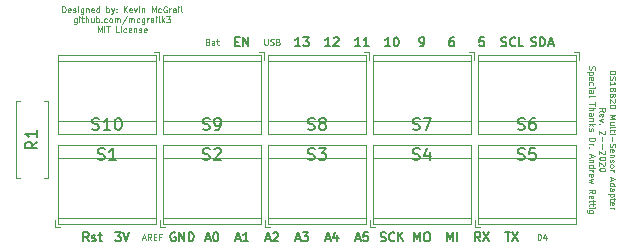
<source format=gbr>
G04 #@! TF.GenerationSoftware,KiCad,Pcbnew,5.1.5-52549c5~84~ubuntu18.04.1*
G04 #@! TF.CreationDate,2020-02-04T21:08:12-05:00*
G04 #@! TF.ProjectId,FeatherWing_KC5,46656174-6865-4725-9769-6e675f4b4335,rev?*
G04 #@! TF.SameCoordinates,Original*
G04 #@! TF.FileFunction,Legend,Top*
G04 #@! TF.FilePolarity,Positive*
%FSLAX46Y46*%
G04 Gerber Fmt 4.6, Leading zero omitted, Abs format (unit mm)*
G04 Created by KiCad (PCBNEW 5.1.5-52549c5~84~ubuntu18.04.1) date 2020-02-04 21:08:12*
%MOMM*%
%LPD*%
G04 APERTURE LIST*
%ADD10C,0.100000*%
%ADD11C,0.125000*%
%ADD12C,0.150000*%
%ADD13C,0.120000*%
G04 APERTURE END LIST*
D10*
X29242380Y-26046190D02*
X29242380Y-25546190D01*
X29361428Y-25546190D01*
X29432857Y-25570000D01*
X29480476Y-25617619D01*
X29504285Y-25665238D01*
X29528095Y-25760476D01*
X29528095Y-25831904D01*
X29504285Y-25927142D01*
X29480476Y-25974761D01*
X29432857Y-26022380D01*
X29361428Y-26046190D01*
X29242380Y-26046190D01*
X29932857Y-26022380D02*
X29885238Y-26046190D01*
X29790000Y-26046190D01*
X29742380Y-26022380D01*
X29718571Y-25974761D01*
X29718571Y-25784285D01*
X29742380Y-25736666D01*
X29790000Y-25712857D01*
X29885238Y-25712857D01*
X29932857Y-25736666D01*
X29956666Y-25784285D01*
X29956666Y-25831904D01*
X29718571Y-25879523D01*
X30147142Y-26022380D02*
X30194761Y-26046190D01*
X30290000Y-26046190D01*
X30337619Y-26022380D01*
X30361428Y-25974761D01*
X30361428Y-25950952D01*
X30337619Y-25903333D01*
X30290000Y-25879523D01*
X30218571Y-25879523D01*
X30170952Y-25855714D01*
X30147142Y-25808095D01*
X30147142Y-25784285D01*
X30170952Y-25736666D01*
X30218571Y-25712857D01*
X30290000Y-25712857D01*
X30337619Y-25736666D01*
X30575714Y-26046190D02*
X30575714Y-25712857D01*
X30575714Y-25546190D02*
X30551904Y-25570000D01*
X30575714Y-25593809D01*
X30599523Y-25570000D01*
X30575714Y-25546190D01*
X30575714Y-25593809D01*
X31028095Y-25712857D02*
X31028095Y-26117619D01*
X31004285Y-26165238D01*
X30980476Y-26189047D01*
X30932857Y-26212857D01*
X30861428Y-26212857D01*
X30813809Y-26189047D01*
X31028095Y-26022380D02*
X30980476Y-26046190D01*
X30885238Y-26046190D01*
X30837619Y-26022380D01*
X30813809Y-25998571D01*
X30790000Y-25950952D01*
X30790000Y-25808095D01*
X30813809Y-25760476D01*
X30837619Y-25736666D01*
X30885238Y-25712857D01*
X30980476Y-25712857D01*
X31028095Y-25736666D01*
X31266190Y-25712857D02*
X31266190Y-26046190D01*
X31266190Y-25760476D02*
X31290000Y-25736666D01*
X31337619Y-25712857D01*
X31409047Y-25712857D01*
X31456666Y-25736666D01*
X31480476Y-25784285D01*
X31480476Y-26046190D01*
X31909047Y-26022380D02*
X31861428Y-26046190D01*
X31766190Y-26046190D01*
X31718571Y-26022380D01*
X31694761Y-25974761D01*
X31694761Y-25784285D01*
X31718571Y-25736666D01*
X31766190Y-25712857D01*
X31861428Y-25712857D01*
X31909047Y-25736666D01*
X31932857Y-25784285D01*
X31932857Y-25831904D01*
X31694761Y-25879523D01*
X32361428Y-26046190D02*
X32361428Y-25546190D01*
X32361428Y-26022380D02*
X32313809Y-26046190D01*
X32218571Y-26046190D01*
X32170952Y-26022380D01*
X32147142Y-25998571D01*
X32123333Y-25950952D01*
X32123333Y-25808095D01*
X32147142Y-25760476D01*
X32170952Y-25736666D01*
X32218571Y-25712857D01*
X32313809Y-25712857D01*
X32361428Y-25736666D01*
X32980476Y-26046190D02*
X32980476Y-25546190D01*
X32980476Y-25736666D02*
X33028095Y-25712857D01*
X33123333Y-25712857D01*
X33170952Y-25736666D01*
X33194761Y-25760476D01*
X33218571Y-25808095D01*
X33218571Y-25950952D01*
X33194761Y-25998571D01*
X33170952Y-26022380D01*
X33123333Y-26046190D01*
X33028095Y-26046190D01*
X32980476Y-26022380D01*
X33385238Y-25712857D02*
X33504285Y-26046190D01*
X33623333Y-25712857D02*
X33504285Y-26046190D01*
X33456666Y-26165238D01*
X33432857Y-26189047D01*
X33385238Y-26212857D01*
X33813809Y-25998571D02*
X33837619Y-26022380D01*
X33813809Y-26046190D01*
X33790000Y-26022380D01*
X33813809Y-25998571D01*
X33813809Y-26046190D01*
X33813809Y-25736666D02*
X33837619Y-25760476D01*
X33813809Y-25784285D01*
X33790000Y-25760476D01*
X33813809Y-25736666D01*
X33813809Y-25784285D01*
X34432857Y-26046190D02*
X34432857Y-25546190D01*
X34718571Y-26046190D02*
X34504285Y-25760476D01*
X34718571Y-25546190D02*
X34432857Y-25831904D01*
X35123333Y-26022380D02*
X35075714Y-26046190D01*
X34980476Y-26046190D01*
X34932857Y-26022380D01*
X34909047Y-25974761D01*
X34909047Y-25784285D01*
X34932857Y-25736666D01*
X34980476Y-25712857D01*
X35075714Y-25712857D01*
X35123333Y-25736666D01*
X35147142Y-25784285D01*
X35147142Y-25831904D01*
X34909047Y-25879523D01*
X35313809Y-25712857D02*
X35432857Y-26046190D01*
X35551904Y-25712857D01*
X35742380Y-26046190D02*
X35742380Y-25712857D01*
X35742380Y-25546190D02*
X35718571Y-25570000D01*
X35742380Y-25593809D01*
X35766190Y-25570000D01*
X35742380Y-25546190D01*
X35742380Y-25593809D01*
X35980476Y-25712857D02*
X35980476Y-26046190D01*
X35980476Y-25760476D02*
X36004285Y-25736666D01*
X36051904Y-25712857D01*
X36123333Y-25712857D01*
X36170952Y-25736666D01*
X36194761Y-25784285D01*
X36194761Y-26046190D01*
X36813809Y-26046190D02*
X36813809Y-25546190D01*
X36980476Y-25903333D01*
X37147142Y-25546190D01*
X37147142Y-26046190D01*
X37599523Y-26022380D02*
X37551904Y-26046190D01*
X37456666Y-26046190D01*
X37409047Y-26022380D01*
X37385238Y-25998571D01*
X37361428Y-25950952D01*
X37361428Y-25808095D01*
X37385238Y-25760476D01*
X37409047Y-25736666D01*
X37456666Y-25712857D01*
X37551904Y-25712857D01*
X37599523Y-25736666D01*
X38075714Y-25570000D02*
X38028095Y-25546190D01*
X37956666Y-25546190D01*
X37885238Y-25570000D01*
X37837619Y-25617619D01*
X37813809Y-25665238D01*
X37790000Y-25760476D01*
X37790000Y-25831904D01*
X37813809Y-25927142D01*
X37837619Y-25974761D01*
X37885238Y-26022380D01*
X37956666Y-26046190D01*
X38004285Y-26046190D01*
X38075714Y-26022380D01*
X38099523Y-25998571D01*
X38099523Y-25831904D01*
X38004285Y-25831904D01*
X38313809Y-26046190D02*
X38313809Y-25712857D01*
X38313809Y-25808095D02*
X38337619Y-25760476D01*
X38361428Y-25736666D01*
X38409047Y-25712857D01*
X38456666Y-25712857D01*
X38837619Y-26046190D02*
X38837619Y-25784285D01*
X38813809Y-25736666D01*
X38766190Y-25712857D01*
X38670952Y-25712857D01*
X38623333Y-25736666D01*
X38837619Y-26022380D02*
X38790000Y-26046190D01*
X38670952Y-26046190D01*
X38623333Y-26022380D01*
X38599523Y-25974761D01*
X38599523Y-25927142D01*
X38623333Y-25879523D01*
X38670952Y-25855714D01*
X38790000Y-25855714D01*
X38837619Y-25831904D01*
X39075714Y-26046190D02*
X39075714Y-25712857D01*
X39075714Y-25546190D02*
X39051904Y-25570000D01*
X39075714Y-25593809D01*
X39099523Y-25570000D01*
X39075714Y-25546190D01*
X39075714Y-25593809D01*
X39385238Y-26046190D02*
X39337619Y-26022380D01*
X39313809Y-25974761D01*
X39313809Y-25546190D01*
X30456666Y-26562857D02*
X30456666Y-26967619D01*
X30432857Y-27015238D01*
X30409047Y-27039047D01*
X30361428Y-27062857D01*
X30290000Y-27062857D01*
X30242380Y-27039047D01*
X30456666Y-26872380D02*
X30409047Y-26896190D01*
X30313809Y-26896190D01*
X30266190Y-26872380D01*
X30242380Y-26848571D01*
X30218571Y-26800952D01*
X30218571Y-26658095D01*
X30242380Y-26610476D01*
X30266190Y-26586666D01*
X30313809Y-26562857D01*
X30409047Y-26562857D01*
X30456666Y-26586666D01*
X30694761Y-26896190D02*
X30694761Y-26562857D01*
X30694761Y-26396190D02*
X30670952Y-26420000D01*
X30694761Y-26443809D01*
X30718571Y-26420000D01*
X30694761Y-26396190D01*
X30694761Y-26443809D01*
X30861428Y-26562857D02*
X31051904Y-26562857D01*
X30932857Y-26396190D02*
X30932857Y-26824761D01*
X30956666Y-26872380D01*
X31004285Y-26896190D01*
X31051904Y-26896190D01*
X31218571Y-26896190D02*
X31218571Y-26396190D01*
X31432857Y-26896190D02*
X31432857Y-26634285D01*
X31409047Y-26586666D01*
X31361428Y-26562857D01*
X31290000Y-26562857D01*
X31242380Y-26586666D01*
X31218571Y-26610476D01*
X31885238Y-26562857D02*
X31885238Y-26896190D01*
X31670952Y-26562857D02*
X31670952Y-26824761D01*
X31694761Y-26872380D01*
X31742380Y-26896190D01*
X31813809Y-26896190D01*
X31861428Y-26872380D01*
X31885238Y-26848571D01*
X32123333Y-26896190D02*
X32123333Y-26396190D01*
X32123333Y-26586666D02*
X32170952Y-26562857D01*
X32266190Y-26562857D01*
X32313809Y-26586666D01*
X32337619Y-26610476D01*
X32361428Y-26658095D01*
X32361428Y-26800952D01*
X32337619Y-26848571D01*
X32313809Y-26872380D01*
X32266190Y-26896190D01*
X32170952Y-26896190D01*
X32123333Y-26872380D01*
X32575714Y-26848571D02*
X32599523Y-26872380D01*
X32575714Y-26896190D01*
X32551904Y-26872380D01*
X32575714Y-26848571D01*
X32575714Y-26896190D01*
X33028095Y-26872380D02*
X32980476Y-26896190D01*
X32885238Y-26896190D01*
X32837619Y-26872380D01*
X32813809Y-26848571D01*
X32790000Y-26800952D01*
X32790000Y-26658095D01*
X32813809Y-26610476D01*
X32837619Y-26586666D01*
X32885238Y-26562857D01*
X32980476Y-26562857D01*
X33028095Y-26586666D01*
X33313809Y-26896190D02*
X33266190Y-26872380D01*
X33242380Y-26848571D01*
X33218571Y-26800952D01*
X33218571Y-26658095D01*
X33242380Y-26610476D01*
X33266190Y-26586666D01*
X33313809Y-26562857D01*
X33385238Y-26562857D01*
X33432857Y-26586666D01*
X33456666Y-26610476D01*
X33480476Y-26658095D01*
X33480476Y-26800952D01*
X33456666Y-26848571D01*
X33432857Y-26872380D01*
X33385238Y-26896190D01*
X33313809Y-26896190D01*
X33694761Y-26896190D02*
X33694761Y-26562857D01*
X33694761Y-26610476D02*
X33718571Y-26586666D01*
X33766190Y-26562857D01*
X33837619Y-26562857D01*
X33885238Y-26586666D01*
X33909047Y-26634285D01*
X33909047Y-26896190D01*
X33909047Y-26634285D02*
X33932857Y-26586666D01*
X33980476Y-26562857D01*
X34051904Y-26562857D01*
X34099523Y-26586666D01*
X34123333Y-26634285D01*
X34123333Y-26896190D01*
X34718571Y-26372380D02*
X34290000Y-27015238D01*
X34885238Y-26896190D02*
X34885238Y-26562857D01*
X34885238Y-26610476D02*
X34909047Y-26586666D01*
X34956666Y-26562857D01*
X35028095Y-26562857D01*
X35075714Y-26586666D01*
X35099523Y-26634285D01*
X35099523Y-26896190D01*
X35099523Y-26634285D02*
X35123333Y-26586666D01*
X35170952Y-26562857D01*
X35242380Y-26562857D01*
X35290000Y-26586666D01*
X35313809Y-26634285D01*
X35313809Y-26896190D01*
X35766190Y-26872380D02*
X35718571Y-26896190D01*
X35623333Y-26896190D01*
X35575714Y-26872380D01*
X35551904Y-26848571D01*
X35528095Y-26800952D01*
X35528095Y-26658095D01*
X35551904Y-26610476D01*
X35575714Y-26586666D01*
X35623333Y-26562857D01*
X35718571Y-26562857D01*
X35766190Y-26586666D01*
X36194761Y-26562857D02*
X36194761Y-26967619D01*
X36170952Y-27015238D01*
X36147142Y-27039047D01*
X36099523Y-27062857D01*
X36028095Y-27062857D01*
X35980476Y-27039047D01*
X36194761Y-26872380D02*
X36147142Y-26896190D01*
X36051904Y-26896190D01*
X36004285Y-26872380D01*
X35980476Y-26848571D01*
X35956666Y-26800952D01*
X35956666Y-26658095D01*
X35980476Y-26610476D01*
X36004285Y-26586666D01*
X36051904Y-26562857D01*
X36147142Y-26562857D01*
X36194761Y-26586666D01*
X36432857Y-26896190D02*
X36432857Y-26562857D01*
X36432857Y-26658095D02*
X36456666Y-26610476D01*
X36480476Y-26586666D01*
X36528095Y-26562857D01*
X36575714Y-26562857D01*
X36956666Y-26896190D02*
X36956666Y-26634285D01*
X36932857Y-26586666D01*
X36885238Y-26562857D01*
X36790000Y-26562857D01*
X36742380Y-26586666D01*
X36956666Y-26872380D02*
X36909047Y-26896190D01*
X36790000Y-26896190D01*
X36742380Y-26872380D01*
X36718571Y-26824761D01*
X36718571Y-26777142D01*
X36742380Y-26729523D01*
X36790000Y-26705714D01*
X36909047Y-26705714D01*
X36956666Y-26681904D01*
X37194761Y-26896190D02*
X37194761Y-26562857D01*
X37194761Y-26396190D02*
X37170952Y-26420000D01*
X37194761Y-26443809D01*
X37218571Y-26420000D01*
X37194761Y-26396190D01*
X37194761Y-26443809D01*
X37504285Y-26896190D02*
X37456666Y-26872380D01*
X37432857Y-26824761D01*
X37432857Y-26396190D01*
X37694761Y-26896190D02*
X37694761Y-26396190D01*
X37742380Y-26705714D02*
X37885238Y-26896190D01*
X37885238Y-26562857D02*
X37694761Y-26753333D01*
X38051904Y-26396190D02*
X38361428Y-26396190D01*
X38194761Y-26586666D01*
X38266190Y-26586666D01*
X38313809Y-26610476D01*
X38337619Y-26634285D01*
X38361428Y-26681904D01*
X38361428Y-26800952D01*
X38337619Y-26848571D01*
X38313809Y-26872380D01*
X38266190Y-26896190D01*
X38123333Y-26896190D01*
X38075714Y-26872380D01*
X38051904Y-26848571D01*
X32230476Y-27746190D02*
X32230476Y-27246190D01*
X32397142Y-27603333D01*
X32563809Y-27246190D01*
X32563809Y-27746190D01*
X32801904Y-27746190D02*
X32801904Y-27246190D01*
X32968571Y-27246190D02*
X33254285Y-27246190D01*
X33111428Y-27746190D02*
X33111428Y-27246190D01*
X34040000Y-27746190D02*
X33801904Y-27746190D01*
X33801904Y-27246190D01*
X34206666Y-27746190D02*
X34206666Y-27412857D01*
X34206666Y-27246190D02*
X34182857Y-27270000D01*
X34206666Y-27293809D01*
X34230476Y-27270000D01*
X34206666Y-27246190D01*
X34206666Y-27293809D01*
X34659047Y-27722380D02*
X34611428Y-27746190D01*
X34516190Y-27746190D01*
X34468571Y-27722380D01*
X34444761Y-27698571D01*
X34420952Y-27650952D01*
X34420952Y-27508095D01*
X34444761Y-27460476D01*
X34468571Y-27436666D01*
X34516190Y-27412857D01*
X34611428Y-27412857D01*
X34659047Y-27436666D01*
X35063809Y-27722380D02*
X35016190Y-27746190D01*
X34920952Y-27746190D01*
X34873333Y-27722380D01*
X34849523Y-27674761D01*
X34849523Y-27484285D01*
X34873333Y-27436666D01*
X34920952Y-27412857D01*
X35016190Y-27412857D01*
X35063809Y-27436666D01*
X35087619Y-27484285D01*
X35087619Y-27531904D01*
X34849523Y-27579523D01*
X35301904Y-27412857D02*
X35301904Y-27746190D01*
X35301904Y-27460476D02*
X35325714Y-27436666D01*
X35373333Y-27412857D01*
X35444761Y-27412857D01*
X35492380Y-27436666D01*
X35516190Y-27484285D01*
X35516190Y-27746190D01*
X35730476Y-27722380D02*
X35778095Y-27746190D01*
X35873333Y-27746190D01*
X35920952Y-27722380D01*
X35944761Y-27674761D01*
X35944761Y-27650952D01*
X35920952Y-27603333D01*
X35873333Y-27579523D01*
X35801904Y-27579523D01*
X35754285Y-27555714D01*
X35730476Y-27508095D01*
X35730476Y-27484285D01*
X35754285Y-27436666D01*
X35801904Y-27412857D01*
X35873333Y-27412857D01*
X35920952Y-27436666D01*
X36349523Y-27722380D02*
X36301904Y-27746190D01*
X36206666Y-27746190D01*
X36159047Y-27722380D01*
X36135238Y-27674761D01*
X36135238Y-27484285D01*
X36159047Y-27436666D01*
X36206666Y-27412857D01*
X36301904Y-27412857D01*
X36349523Y-27436666D01*
X36373333Y-27484285D01*
X36373333Y-27531904D01*
X36135238Y-27579523D01*
D11*
X75578809Y-30996666D02*
X76078809Y-30996666D01*
X76078809Y-31115714D01*
X76055000Y-31187142D01*
X76007380Y-31234761D01*
X75959761Y-31258571D01*
X75864523Y-31282380D01*
X75793095Y-31282380D01*
X75697857Y-31258571D01*
X75650238Y-31234761D01*
X75602619Y-31187142D01*
X75578809Y-31115714D01*
X75578809Y-30996666D01*
X75602619Y-31472857D02*
X75578809Y-31544285D01*
X75578809Y-31663333D01*
X75602619Y-31710952D01*
X75626428Y-31734761D01*
X75674047Y-31758571D01*
X75721666Y-31758571D01*
X75769285Y-31734761D01*
X75793095Y-31710952D01*
X75816904Y-31663333D01*
X75840714Y-31568095D01*
X75864523Y-31520476D01*
X75888333Y-31496666D01*
X75935952Y-31472857D01*
X75983571Y-31472857D01*
X76031190Y-31496666D01*
X76055000Y-31520476D01*
X76078809Y-31568095D01*
X76078809Y-31687142D01*
X76055000Y-31758571D01*
X75578809Y-32234761D02*
X75578809Y-31949047D01*
X75578809Y-32091904D02*
X76078809Y-32091904D01*
X76007380Y-32044285D01*
X75959761Y-31996666D01*
X75935952Y-31949047D01*
X75864523Y-32520476D02*
X75888333Y-32472857D01*
X75912142Y-32449047D01*
X75959761Y-32425238D01*
X75983571Y-32425238D01*
X76031190Y-32449047D01*
X76055000Y-32472857D01*
X76078809Y-32520476D01*
X76078809Y-32615714D01*
X76055000Y-32663333D01*
X76031190Y-32687142D01*
X75983571Y-32710952D01*
X75959761Y-32710952D01*
X75912142Y-32687142D01*
X75888333Y-32663333D01*
X75864523Y-32615714D01*
X75864523Y-32520476D01*
X75840714Y-32472857D01*
X75816904Y-32449047D01*
X75769285Y-32425238D01*
X75674047Y-32425238D01*
X75626428Y-32449047D01*
X75602619Y-32472857D01*
X75578809Y-32520476D01*
X75578809Y-32615714D01*
X75602619Y-32663333D01*
X75626428Y-32687142D01*
X75674047Y-32710952D01*
X75769285Y-32710952D01*
X75816904Y-32687142D01*
X75840714Y-32663333D01*
X75864523Y-32615714D01*
X75840714Y-33091904D02*
X75816904Y-33163333D01*
X75793095Y-33187142D01*
X75745476Y-33210952D01*
X75674047Y-33210952D01*
X75626428Y-33187142D01*
X75602619Y-33163333D01*
X75578809Y-33115714D01*
X75578809Y-32925238D01*
X76078809Y-32925238D01*
X76078809Y-33091904D01*
X76055000Y-33139523D01*
X76031190Y-33163333D01*
X75983571Y-33187142D01*
X75935952Y-33187142D01*
X75888333Y-33163333D01*
X75864523Y-33139523D01*
X75840714Y-33091904D01*
X75840714Y-32925238D01*
X76031190Y-33401428D02*
X76055000Y-33425238D01*
X76078809Y-33472857D01*
X76078809Y-33591904D01*
X76055000Y-33639523D01*
X76031190Y-33663333D01*
X75983571Y-33687142D01*
X75935952Y-33687142D01*
X75864523Y-33663333D01*
X75578809Y-33377619D01*
X75578809Y-33687142D01*
X76078809Y-33996666D02*
X76078809Y-34044285D01*
X76055000Y-34091904D01*
X76031190Y-34115714D01*
X75983571Y-34139523D01*
X75888333Y-34163333D01*
X75769285Y-34163333D01*
X75674047Y-34139523D01*
X75626428Y-34115714D01*
X75602619Y-34091904D01*
X75578809Y-34044285D01*
X75578809Y-33996666D01*
X75602619Y-33949047D01*
X75626428Y-33925238D01*
X75674047Y-33901428D01*
X75769285Y-33877619D01*
X75888333Y-33877619D01*
X75983571Y-33901428D01*
X76031190Y-33925238D01*
X76055000Y-33949047D01*
X76078809Y-33996666D01*
X75578809Y-34758571D02*
X76078809Y-34758571D01*
X75721666Y-34925238D01*
X76078809Y-35091904D01*
X75578809Y-35091904D01*
X75912142Y-35544285D02*
X75578809Y-35544285D01*
X75912142Y-35330000D02*
X75650238Y-35330000D01*
X75602619Y-35353809D01*
X75578809Y-35401428D01*
X75578809Y-35472857D01*
X75602619Y-35520476D01*
X75626428Y-35544285D01*
X75578809Y-35853809D02*
X75602619Y-35806190D01*
X75650238Y-35782380D01*
X76078809Y-35782380D01*
X75912142Y-35972857D02*
X75912142Y-36163333D01*
X76078809Y-36044285D02*
X75650238Y-36044285D01*
X75602619Y-36068095D01*
X75578809Y-36115714D01*
X75578809Y-36163333D01*
X75578809Y-36330000D02*
X75912142Y-36330000D01*
X76078809Y-36330000D02*
X76055000Y-36306190D01*
X76031190Y-36330000D01*
X76055000Y-36353809D01*
X76078809Y-36330000D01*
X76031190Y-36330000D01*
X75769285Y-36568095D02*
X75769285Y-36949047D01*
X75602619Y-37163333D02*
X75578809Y-37234761D01*
X75578809Y-37353809D01*
X75602619Y-37401428D01*
X75626428Y-37425238D01*
X75674047Y-37449047D01*
X75721666Y-37449047D01*
X75769285Y-37425238D01*
X75793095Y-37401428D01*
X75816904Y-37353809D01*
X75840714Y-37258571D01*
X75864523Y-37210952D01*
X75888333Y-37187142D01*
X75935952Y-37163333D01*
X75983571Y-37163333D01*
X76031190Y-37187142D01*
X76055000Y-37210952D01*
X76078809Y-37258571D01*
X76078809Y-37377619D01*
X76055000Y-37449047D01*
X75602619Y-37853809D02*
X75578809Y-37806190D01*
X75578809Y-37710952D01*
X75602619Y-37663333D01*
X75650238Y-37639523D01*
X75840714Y-37639523D01*
X75888333Y-37663333D01*
X75912142Y-37710952D01*
X75912142Y-37806190D01*
X75888333Y-37853809D01*
X75840714Y-37877619D01*
X75793095Y-37877619D01*
X75745476Y-37639523D01*
X75912142Y-38091904D02*
X75578809Y-38091904D01*
X75864523Y-38091904D02*
X75888333Y-38115714D01*
X75912142Y-38163333D01*
X75912142Y-38234761D01*
X75888333Y-38282380D01*
X75840714Y-38306190D01*
X75578809Y-38306190D01*
X75602619Y-38520476D02*
X75578809Y-38568095D01*
X75578809Y-38663333D01*
X75602619Y-38710952D01*
X75650238Y-38734761D01*
X75674047Y-38734761D01*
X75721666Y-38710952D01*
X75745476Y-38663333D01*
X75745476Y-38591904D01*
X75769285Y-38544285D01*
X75816904Y-38520476D01*
X75840714Y-38520476D01*
X75888333Y-38544285D01*
X75912142Y-38591904D01*
X75912142Y-38663333D01*
X75888333Y-38710952D01*
X75578809Y-39020476D02*
X75602619Y-38972857D01*
X75626428Y-38949047D01*
X75674047Y-38925238D01*
X75816904Y-38925238D01*
X75864523Y-38949047D01*
X75888333Y-38972857D01*
X75912142Y-39020476D01*
X75912142Y-39091904D01*
X75888333Y-39139523D01*
X75864523Y-39163333D01*
X75816904Y-39187142D01*
X75674047Y-39187142D01*
X75626428Y-39163333D01*
X75602619Y-39139523D01*
X75578809Y-39091904D01*
X75578809Y-39020476D01*
X75578809Y-39401428D02*
X75912142Y-39401428D01*
X75816904Y-39401428D02*
X75864523Y-39425238D01*
X75888333Y-39449047D01*
X75912142Y-39496666D01*
X75912142Y-39544285D01*
X75721666Y-40068095D02*
X75721666Y-40306190D01*
X75578809Y-40020476D02*
X76078809Y-40187142D01*
X75578809Y-40353809D01*
X75578809Y-40734761D02*
X76078809Y-40734761D01*
X75602619Y-40734761D02*
X75578809Y-40687142D01*
X75578809Y-40591904D01*
X75602619Y-40544285D01*
X75626428Y-40520476D01*
X75674047Y-40496666D01*
X75816904Y-40496666D01*
X75864523Y-40520476D01*
X75888333Y-40544285D01*
X75912142Y-40591904D01*
X75912142Y-40687142D01*
X75888333Y-40734761D01*
X75578809Y-41187142D02*
X75840714Y-41187142D01*
X75888333Y-41163333D01*
X75912142Y-41115714D01*
X75912142Y-41020476D01*
X75888333Y-40972857D01*
X75602619Y-41187142D02*
X75578809Y-41139523D01*
X75578809Y-41020476D01*
X75602619Y-40972857D01*
X75650238Y-40949047D01*
X75697857Y-40949047D01*
X75745476Y-40972857D01*
X75769285Y-41020476D01*
X75769285Y-41139523D01*
X75793095Y-41187142D01*
X75912142Y-41425238D02*
X75412142Y-41425238D01*
X75888333Y-41425238D02*
X75912142Y-41472857D01*
X75912142Y-41568095D01*
X75888333Y-41615714D01*
X75864523Y-41639523D01*
X75816904Y-41663333D01*
X75674047Y-41663333D01*
X75626428Y-41639523D01*
X75602619Y-41615714D01*
X75578809Y-41568095D01*
X75578809Y-41472857D01*
X75602619Y-41425238D01*
X75912142Y-41806190D02*
X75912142Y-41996666D01*
X76078809Y-41877619D02*
X75650238Y-41877619D01*
X75602619Y-41901428D01*
X75578809Y-41949047D01*
X75578809Y-41996666D01*
X75602619Y-42353809D02*
X75578809Y-42306190D01*
X75578809Y-42210952D01*
X75602619Y-42163333D01*
X75650238Y-42139523D01*
X75840714Y-42139523D01*
X75888333Y-42163333D01*
X75912142Y-42210952D01*
X75912142Y-42306190D01*
X75888333Y-42353809D01*
X75840714Y-42377619D01*
X75793095Y-42377619D01*
X75745476Y-42139523D01*
X75578809Y-42591904D02*
X75912142Y-42591904D01*
X75816904Y-42591904D02*
X75864523Y-42615714D01*
X75888333Y-42639523D01*
X75912142Y-42687142D01*
X75912142Y-42734761D01*
X74703809Y-34460952D02*
X74941904Y-34294285D01*
X74703809Y-34175238D02*
X75203809Y-34175238D01*
X75203809Y-34365714D01*
X75180000Y-34413333D01*
X75156190Y-34437142D01*
X75108571Y-34460952D01*
X75037142Y-34460952D01*
X74989523Y-34437142D01*
X74965714Y-34413333D01*
X74941904Y-34365714D01*
X74941904Y-34175238D01*
X74727619Y-34865714D02*
X74703809Y-34818095D01*
X74703809Y-34722857D01*
X74727619Y-34675238D01*
X74775238Y-34651428D01*
X74965714Y-34651428D01*
X75013333Y-34675238D01*
X75037142Y-34722857D01*
X75037142Y-34818095D01*
X75013333Y-34865714D01*
X74965714Y-34889523D01*
X74918095Y-34889523D01*
X74870476Y-34651428D01*
X75037142Y-35056190D02*
X74703809Y-35175238D01*
X75037142Y-35294285D01*
X74751428Y-35484761D02*
X74727619Y-35508571D01*
X74703809Y-35484761D01*
X74727619Y-35460952D01*
X74751428Y-35484761D01*
X74703809Y-35484761D01*
X75156190Y-36080000D02*
X75180000Y-36103809D01*
X75203809Y-36151428D01*
X75203809Y-36270476D01*
X75180000Y-36318095D01*
X75156190Y-36341904D01*
X75108571Y-36365714D01*
X75060952Y-36365714D01*
X74989523Y-36341904D01*
X74703809Y-36056190D01*
X74703809Y-36365714D01*
X74894285Y-36580000D02*
X74894285Y-36960952D01*
X74894285Y-37199047D02*
X74894285Y-37580000D01*
X75156190Y-37794285D02*
X75180000Y-37818095D01*
X75203809Y-37865714D01*
X75203809Y-37984761D01*
X75180000Y-38032380D01*
X75156190Y-38056190D01*
X75108571Y-38080000D01*
X75060952Y-38080000D01*
X74989523Y-38056190D01*
X74703809Y-37770476D01*
X74703809Y-38080000D01*
X75203809Y-38389523D02*
X75203809Y-38437142D01*
X75180000Y-38484761D01*
X75156190Y-38508571D01*
X75108571Y-38532380D01*
X75013333Y-38556190D01*
X74894285Y-38556190D01*
X74799047Y-38532380D01*
X74751428Y-38508571D01*
X74727619Y-38484761D01*
X74703809Y-38437142D01*
X74703809Y-38389523D01*
X74727619Y-38341904D01*
X74751428Y-38318095D01*
X74799047Y-38294285D01*
X74894285Y-38270476D01*
X75013333Y-38270476D01*
X75108571Y-38294285D01*
X75156190Y-38318095D01*
X75180000Y-38341904D01*
X75203809Y-38389523D01*
X75156190Y-38746666D02*
X75180000Y-38770476D01*
X75203809Y-38818095D01*
X75203809Y-38937142D01*
X75180000Y-38984761D01*
X75156190Y-39008571D01*
X75108571Y-39032380D01*
X75060952Y-39032380D01*
X74989523Y-39008571D01*
X74703809Y-38722857D01*
X74703809Y-39032380D01*
X75203809Y-39341904D02*
X75203809Y-39389523D01*
X75180000Y-39437142D01*
X75156190Y-39460952D01*
X75108571Y-39484761D01*
X75013333Y-39508571D01*
X74894285Y-39508571D01*
X74799047Y-39484761D01*
X74751428Y-39460952D01*
X74727619Y-39437142D01*
X74703809Y-39389523D01*
X74703809Y-39341904D01*
X74727619Y-39294285D01*
X74751428Y-39270476D01*
X74799047Y-39246666D01*
X74894285Y-39222857D01*
X75013333Y-39222857D01*
X75108571Y-39246666D01*
X75156190Y-39270476D01*
X75180000Y-39294285D01*
X75203809Y-39341904D01*
X73852619Y-30603809D02*
X73828809Y-30675238D01*
X73828809Y-30794285D01*
X73852619Y-30841904D01*
X73876428Y-30865714D01*
X73924047Y-30889523D01*
X73971666Y-30889523D01*
X74019285Y-30865714D01*
X74043095Y-30841904D01*
X74066904Y-30794285D01*
X74090714Y-30699047D01*
X74114523Y-30651428D01*
X74138333Y-30627619D01*
X74185952Y-30603809D01*
X74233571Y-30603809D01*
X74281190Y-30627619D01*
X74305000Y-30651428D01*
X74328809Y-30699047D01*
X74328809Y-30818095D01*
X74305000Y-30889523D01*
X74162142Y-31103809D02*
X73662142Y-31103809D01*
X74138333Y-31103809D02*
X74162142Y-31151428D01*
X74162142Y-31246666D01*
X74138333Y-31294285D01*
X74114523Y-31318095D01*
X74066904Y-31341904D01*
X73924047Y-31341904D01*
X73876428Y-31318095D01*
X73852619Y-31294285D01*
X73828809Y-31246666D01*
X73828809Y-31151428D01*
X73852619Y-31103809D01*
X73852619Y-31746666D02*
X73828809Y-31699047D01*
X73828809Y-31603809D01*
X73852619Y-31556190D01*
X73900238Y-31532380D01*
X74090714Y-31532380D01*
X74138333Y-31556190D01*
X74162142Y-31603809D01*
X74162142Y-31699047D01*
X74138333Y-31746666D01*
X74090714Y-31770476D01*
X74043095Y-31770476D01*
X73995476Y-31532380D01*
X73852619Y-32199047D02*
X73828809Y-32151428D01*
X73828809Y-32056190D01*
X73852619Y-32008571D01*
X73876428Y-31984761D01*
X73924047Y-31960952D01*
X74066904Y-31960952D01*
X74114523Y-31984761D01*
X74138333Y-32008571D01*
X74162142Y-32056190D01*
X74162142Y-32151428D01*
X74138333Y-32199047D01*
X73828809Y-32413333D02*
X74162142Y-32413333D01*
X74328809Y-32413333D02*
X74305000Y-32389523D01*
X74281190Y-32413333D01*
X74305000Y-32437142D01*
X74328809Y-32413333D01*
X74281190Y-32413333D01*
X73828809Y-32865714D02*
X74090714Y-32865714D01*
X74138333Y-32841904D01*
X74162142Y-32794285D01*
X74162142Y-32699047D01*
X74138333Y-32651428D01*
X73852619Y-32865714D02*
X73828809Y-32818095D01*
X73828809Y-32699047D01*
X73852619Y-32651428D01*
X73900238Y-32627619D01*
X73947857Y-32627619D01*
X73995476Y-32651428D01*
X74019285Y-32699047D01*
X74019285Y-32818095D01*
X74043095Y-32865714D01*
X73828809Y-33175238D02*
X73852619Y-33127619D01*
X73900238Y-33103809D01*
X74328809Y-33103809D01*
X74328809Y-33675238D02*
X74328809Y-33960952D01*
X73828809Y-33818095D02*
X74328809Y-33818095D01*
X73828809Y-34127619D02*
X74328809Y-34127619D01*
X73828809Y-34341904D02*
X74090714Y-34341904D01*
X74138333Y-34318095D01*
X74162142Y-34270476D01*
X74162142Y-34199047D01*
X74138333Y-34151428D01*
X74114523Y-34127619D01*
X73828809Y-34794285D02*
X74090714Y-34794285D01*
X74138333Y-34770476D01*
X74162142Y-34722857D01*
X74162142Y-34627619D01*
X74138333Y-34580000D01*
X73852619Y-34794285D02*
X73828809Y-34746666D01*
X73828809Y-34627619D01*
X73852619Y-34580000D01*
X73900238Y-34556190D01*
X73947857Y-34556190D01*
X73995476Y-34580000D01*
X74019285Y-34627619D01*
X74019285Y-34746666D01*
X74043095Y-34794285D01*
X74162142Y-35032380D02*
X73828809Y-35032380D01*
X74114523Y-35032380D02*
X74138333Y-35056190D01*
X74162142Y-35103809D01*
X74162142Y-35175238D01*
X74138333Y-35222857D01*
X74090714Y-35246666D01*
X73828809Y-35246666D01*
X73828809Y-35484761D02*
X74328809Y-35484761D01*
X74019285Y-35532380D02*
X73828809Y-35675238D01*
X74162142Y-35675238D02*
X73971666Y-35484761D01*
X73852619Y-35865714D02*
X73828809Y-35913333D01*
X73828809Y-36008571D01*
X73852619Y-36056190D01*
X73900238Y-36080000D01*
X73924047Y-36080000D01*
X73971666Y-36056190D01*
X73995476Y-36008571D01*
X73995476Y-35937142D01*
X74019285Y-35889523D01*
X74066904Y-35865714D01*
X74090714Y-35865714D01*
X74138333Y-35889523D01*
X74162142Y-35937142D01*
X74162142Y-36008571D01*
X74138333Y-36056190D01*
X73828809Y-36675238D02*
X74328809Y-36675238D01*
X74328809Y-36794285D01*
X74305000Y-36865714D01*
X74257380Y-36913333D01*
X74209761Y-36937142D01*
X74114523Y-36960952D01*
X74043095Y-36960952D01*
X73947857Y-36937142D01*
X73900238Y-36913333D01*
X73852619Y-36865714D01*
X73828809Y-36794285D01*
X73828809Y-36675238D01*
X73828809Y-37175238D02*
X74162142Y-37175238D01*
X74066904Y-37175238D02*
X74114523Y-37199047D01*
X74138333Y-37222857D01*
X74162142Y-37270476D01*
X74162142Y-37318095D01*
X73876428Y-37484761D02*
X73852619Y-37508571D01*
X73828809Y-37484761D01*
X73852619Y-37460952D01*
X73876428Y-37484761D01*
X73828809Y-37484761D01*
X73971666Y-38080000D02*
X73971666Y-38318095D01*
X73828809Y-38032380D02*
X74328809Y-38199047D01*
X73828809Y-38365714D01*
X74162142Y-38532380D02*
X73828809Y-38532380D01*
X74114523Y-38532380D02*
X74138333Y-38556190D01*
X74162142Y-38603809D01*
X74162142Y-38675238D01*
X74138333Y-38722857D01*
X74090714Y-38746666D01*
X73828809Y-38746666D01*
X73828809Y-39199047D02*
X74328809Y-39199047D01*
X73852619Y-39199047D02*
X73828809Y-39151428D01*
X73828809Y-39056190D01*
X73852619Y-39008571D01*
X73876428Y-38984761D01*
X73924047Y-38960952D01*
X74066904Y-38960952D01*
X74114523Y-38984761D01*
X74138333Y-39008571D01*
X74162142Y-39056190D01*
X74162142Y-39151428D01*
X74138333Y-39199047D01*
X73828809Y-39437142D02*
X74162142Y-39437142D01*
X74066904Y-39437142D02*
X74114523Y-39460952D01*
X74138333Y-39484761D01*
X74162142Y-39532380D01*
X74162142Y-39580000D01*
X73852619Y-39937142D02*
X73828809Y-39889523D01*
X73828809Y-39794285D01*
X73852619Y-39746666D01*
X73900238Y-39722857D01*
X74090714Y-39722857D01*
X74138333Y-39746666D01*
X74162142Y-39794285D01*
X74162142Y-39889523D01*
X74138333Y-39937142D01*
X74090714Y-39960952D01*
X74043095Y-39960952D01*
X73995476Y-39722857D01*
X74162142Y-40127619D02*
X73828809Y-40222857D01*
X74066904Y-40318095D01*
X73828809Y-40413333D01*
X74162142Y-40508571D01*
X73828809Y-41365714D02*
X74066904Y-41199047D01*
X73828809Y-41080000D02*
X74328809Y-41080000D01*
X74328809Y-41270476D01*
X74305000Y-41318095D01*
X74281190Y-41341904D01*
X74233571Y-41365714D01*
X74162142Y-41365714D01*
X74114523Y-41341904D01*
X74090714Y-41318095D01*
X74066904Y-41270476D01*
X74066904Y-41080000D01*
X73852619Y-41770476D02*
X73828809Y-41722857D01*
X73828809Y-41627619D01*
X73852619Y-41580000D01*
X73900238Y-41556190D01*
X74090714Y-41556190D01*
X74138333Y-41580000D01*
X74162142Y-41627619D01*
X74162142Y-41722857D01*
X74138333Y-41770476D01*
X74090714Y-41794285D01*
X74043095Y-41794285D01*
X73995476Y-41556190D01*
X74162142Y-41937142D02*
X74162142Y-42127619D01*
X74328809Y-42008571D02*
X73900238Y-42008571D01*
X73852619Y-42032380D01*
X73828809Y-42080000D01*
X73828809Y-42127619D01*
X74162142Y-42222857D02*
X74162142Y-42413333D01*
X74328809Y-42294285D02*
X73900238Y-42294285D01*
X73852619Y-42318095D01*
X73828809Y-42365714D01*
X73828809Y-42413333D01*
X73828809Y-42580000D02*
X74162142Y-42580000D01*
X74328809Y-42580000D02*
X74305000Y-42556190D01*
X74281190Y-42580000D01*
X74305000Y-42603809D01*
X74328809Y-42580000D01*
X74281190Y-42580000D01*
X74162142Y-43032380D02*
X73757380Y-43032380D01*
X73709761Y-43008571D01*
X73685952Y-42984761D01*
X73662142Y-42937142D01*
X73662142Y-42865714D01*
X73685952Y-42818095D01*
X73852619Y-43032380D02*
X73828809Y-42984761D01*
X73828809Y-42889523D01*
X73852619Y-42841904D01*
X73876428Y-42818095D01*
X73924047Y-42794285D01*
X74066904Y-42794285D01*
X74114523Y-42818095D01*
X74138333Y-42841904D01*
X74162142Y-42889523D01*
X74162142Y-42984761D01*
X74138333Y-43032380D01*
D10*
X46359047Y-28301190D02*
X46359047Y-28705952D01*
X46382857Y-28753571D01*
X46406666Y-28777380D01*
X46454285Y-28801190D01*
X46549523Y-28801190D01*
X46597142Y-28777380D01*
X46620952Y-28753571D01*
X46644761Y-28705952D01*
X46644761Y-28301190D01*
X46859047Y-28777380D02*
X46930476Y-28801190D01*
X47049523Y-28801190D01*
X47097142Y-28777380D01*
X47120952Y-28753571D01*
X47144761Y-28705952D01*
X47144761Y-28658333D01*
X47120952Y-28610714D01*
X47097142Y-28586904D01*
X47049523Y-28563095D01*
X46954285Y-28539285D01*
X46906666Y-28515476D01*
X46882857Y-28491666D01*
X46859047Y-28444047D01*
X46859047Y-28396428D01*
X46882857Y-28348809D01*
X46906666Y-28325000D01*
X46954285Y-28301190D01*
X47073333Y-28301190D01*
X47144761Y-28325000D01*
X47525714Y-28539285D02*
X47597142Y-28563095D01*
X47620952Y-28586904D01*
X47644761Y-28634523D01*
X47644761Y-28705952D01*
X47620952Y-28753571D01*
X47597142Y-28777380D01*
X47549523Y-28801190D01*
X47359047Y-28801190D01*
X47359047Y-28301190D01*
X47525714Y-28301190D01*
X47573333Y-28325000D01*
X47597142Y-28348809D01*
X47620952Y-28396428D01*
X47620952Y-28444047D01*
X47597142Y-28491666D01*
X47573333Y-28515476D01*
X47525714Y-28539285D01*
X47359047Y-28539285D01*
X41576666Y-28539285D02*
X41648095Y-28563095D01*
X41671904Y-28586904D01*
X41695714Y-28634523D01*
X41695714Y-28705952D01*
X41671904Y-28753571D01*
X41648095Y-28777380D01*
X41600476Y-28801190D01*
X41410000Y-28801190D01*
X41410000Y-28301190D01*
X41576666Y-28301190D01*
X41624285Y-28325000D01*
X41648095Y-28348809D01*
X41671904Y-28396428D01*
X41671904Y-28444047D01*
X41648095Y-28491666D01*
X41624285Y-28515476D01*
X41576666Y-28539285D01*
X41410000Y-28539285D01*
X42124285Y-28801190D02*
X42124285Y-28539285D01*
X42100476Y-28491666D01*
X42052857Y-28467857D01*
X41957619Y-28467857D01*
X41910000Y-28491666D01*
X42124285Y-28777380D02*
X42076666Y-28801190D01*
X41957619Y-28801190D01*
X41910000Y-28777380D01*
X41886190Y-28729761D01*
X41886190Y-28682142D01*
X41910000Y-28634523D01*
X41957619Y-28610714D01*
X42076666Y-28610714D01*
X42124285Y-28586904D01*
X42290952Y-28467857D02*
X42481428Y-28467857D01*
X42362380Y-28301190D02*
X42362380Y-28729761D01*
X42386190Y-28777380D01*
X42433809Y-28801190D01*
X42481428Y-28801190D01*
D12*
X43896428Y-28521428D02*
X44146428Y-28521428D01*
X44253571Y-28914285D02*
X43896428Y-28914285D01*
X43896428Y-28164285D01*
X44253571Y-28164285D01*
X44575000Y-28914285D02*
X44575000Y-28164285D01*
X45003571Y-28914285D01*
X45003571Y-28164285D01*
X49387142Y-28914285D02*
X48958571Y-28914285D01*
X49172857Y-28914285D02*
X49172857Y-28164285D01*
X49101428Y-28271428D01*
X49030000Y-28342857D01*
X48958571Y-28378571D01*
X49637142Y-28164285D02*
X50101428Y-28164285D01*
X49851428Y-28450000D01*
X49958571Y-28450000D01*
X50030000Y-28485714D01*
X50065714Y-28521428D01*
X50101428Y-28592857D01*
X50101428Y-28771428D01*
X50065714Y-28842857D01*
X50030000Y-28878571D01*
X49958571Y-28914285D01*
X49744285Y-28914285D01*
X49672857Y-28878571D01*
X49637142Y-28842857D01*
X51927142Y-28914285D02*
X51498571Y-28914285D01*
X51712857Y-28914285D02*
X51712857Y-28164285D01*
X51641428Y-28271428D01*
X51570000Y-28342857D01*
X51498571Y-28378571D01*
X52212857Y-28235714D02*
X52248571Y-28200000D01*
X52320000Y-28164285D01*
X52498571Y-28164285D01*
X52570000Y-28200000D01*
X52605714Y-28235714D01*
X52641428Y-28307142D01*
X52641428Y-28378571D01*
X52605714Y-28485714D01*
X52177142Y-28914285D01*
X52641428Y-28914285D01*
X54467142Y-28914285D02*
X54038571Y-28914285D01*
X54252857Y-28914285D02*
X54252857Y-28164285D01*
X54181428Y-28271428D01*
X54110000Y-28342857D01*
X54038571Y-28378571D01*
X55181428Y-28914285D02*
X54752857Y-28914285D01*
X54967142Y-28914285D02*
X54967142Y-28164285D01*
X54895714Y-28271428D01*
X54824285Y-28342857D01*
X54752857Y-28378571D01*
X57007142Y-28914285D02*
X56578571Y-28914285D01*
X56792857Y-28914285D02*
X56792857Y-28164285D01*
X56721428Y-28271428D01*
X56650000Y-28342857D01*
X56578571Y-28378571D01*
X57471428Y-28164285D02*
X57542857Y-28164285D01*
X57614285Y-28200000D01*
X57650000Y-28235714D01*
X57685714Y-28307142D01*
X57721428Y-28450000D01*
X57721428Y-28628571D01*
X57685714Y-28771428D01*
X57650000Y-28842857D01*
X57614285Y-28878571D01*
X57542857Y-28914285D01*
X57471428Y-28914285D01*
X57400000Y-28878571D01*
X57364285Y-28842857D01*
X57328571Y-28771428D01*
X57292857Y-28628571D01*
X57292857Y-28450000D01*
X57328571Y-28307142D01*
X57364285Y-28235714D01*
X57400000Y-28200000D01*
X57471428Y-28164285D01*
X59547142Y-28914285D02*
X59690000Y-28914285D01*
X59761428Y-28878571D01*
X59797142Y-28842857D01*
X59868571Y-28735714D01*
X59904285Y-28592857D01*
X59904285Y-28307142D01*
X59868571Y-28235714D01*
X59832857Y-28200000D01*
X59761428Y-28164285D01*
X59618571Y-28164285D01*
X59547142Y-28200000D01*
X59511428Y-28235714D01*
X59475714Y-28307142D01*
X59475714Y-28485714D01*
X59511428Y-28557142D01*
X59547142Y-28592857D01*
X59618571Y-28628571D01*
X59761428Y-28628571D01*
X59832857Y-28592857D01*
X59868571Y-28557142D01*
X59904285Y-28485714D01*
X62372857Y-28164285D02*
X62230000Y-28164285D01*
X62158571Y-28200000D01*
X62122857Y-28235714D01*
X62051428Y-28342857D01*
X62015714Y-28485714D01*
X62015714Y-28771428D01*
X62051428Y-28842857D01*
X62087142Y-28878571D01*
X62158571Y-28914285D01*
X62301428Y-28914285D01*
X62372857Y-28878571D01*
X62408571Y-28842857D01*
X62444285Y-28771428D01*
X62444285Y-28592857D01*
X62408571Y-28521428D01*
X62372857Y-28485714D01*
X62301428Y-28450000D01*
X62158571Y-28450000D01*
X62087142Y-28485714D01*
X62051428Y-28521428D01*
X62015714Y-28592857D01*
X64948571Y-28164285D02*
X64591428Y-28164285D01*
X64555714Y-28521428D01*
X64591428Y-28485714D01*
X64662857Y-28450000D01*
X64841428Y-28450000D01*
X64912857Y-28485714D01*
X64948571Y-28521428D01*
X64984285Y-28592857D01*
X64984285Y-28771428D01*
X64948571Y-28842857D01*
X64912857Y-28878571D01*
X64841428Y-28914285D01*
X64662857Y-28914285D01*
X64591428Y-28878571D01*
X64555714Y-28842857D01*
X66417142Y-28878571D02*
X66524285Y-28914285D01*
X66702857Y-28914285D01*
X66774285Y-28878571D01*
X66810000Y-28842857D01*
X66845714Y-28771428D01*
X66845714Y-28700000D01*
X66810000Y-28628571D01*
X66774285Y-28592857D01*
X66702857Y-28557142D01*
X66560000Y-28521428D01*
X66488571Y-28485714D01*
X66452857Y-28450000D01*
X66417142Y-28378571D01*
X66417142Y-28307142D01*
X66452857Y-28235714D01*
X66488571Y-28200000D01*
X66560000Y-28164285D01*
X66738571Y-28164285D01*
X66845714Y-28200000D01*
X67595714Y-28842857D02*
X67560000Y-28878571D01*
X67452857Y-28914285D01*
X67381428Y-28914285D01*
X67274285Y-28878571D01*
X67202857Y-28807142D01*
X67167142Y-28735714D01*
X67131428Y-28592857D01*
X67131428Y-28485714D01*
X67167142Y-28342857D01*
X67202857Y-28271428D01*
X67274285Y-28200000D01*
X67381428Y-28164285D01*
X67452857Y-28164285D01*
X67560000Y-28200000D01*
X67595714Y-28235714D01*
X68274285Y-28914285D02*
X67917142Y-28914285D01*
X67917142Y-28164285D01*
X68939285Y-28878571D02*
X69046428Y-28914285D01*
X69225000Y-28914285D01*
X69296428Y-28878571D01*
X69332142Y-28842857D01*
X69367857Y-28771428D01*
X69367857Y-28700000D01*
X69332142Y-28628571D01*
X69296428Y-28592857D01*
X69225000Y-28557142D01*
X69082142Y-28521428D01*
X69010714Y-28485714D01*
X68975000Y-28450000D01*
X68939285Y-28378571D01*
X68939285Y-28307142D01*
X68975000Y-28235714D01*
X69010714Y-28200000D01*
X69082142Y-28164285D01*
X69260714Y-28164285D01*
X69367857Y-28200000D01*
X69689285Y-28914285D02*
X69689285Y-28164285D01*
X69867857Y-28164285D01*
X69975000Y-28200000D01*
X70046428Y-28271428D01*
X70082142Y-28342857D01*
X70117857Y-28485714D01*
X70117857Y-28592857D01*
X70082142Y-28735714D01*
X70046428Y-28807142D01*
X69975000Y-28878571D01*
X69867857Y-28914285D01*
X69689285Y-28914285D01*
X70403571Y-28700000D02*
X70760714Y-28700000D01*
X70332142Y-28914285D02*
X70582142Y-28164285D01*
X70832142Y-28914285D01*
D10*
X69480952Y-45311190D02*
X69480952Y-44811190D01*
X69600000Y-44811190D01*
X69671428Y-44835000D01*
X69719047Y-44882619D01*
X69742857Y-44930238D01*
X69766666Y-45025476D01*
X69766666Y-45096904D01*
X69742857Y-45192142D01*
X69719047Y-45239761D01*
X69671428Y-45287380D01*
X69600000Y-45311190D01*
X69480952Y-45311190D01*
X70195238Y-44977857D02*
X70195238Y-45311190D01*
X70076190Y-44787380D02*
X69957142Y-45144523D01*
X70266666Y-45144523D01*
D12*
X66738571Y-44674285D02*
X67167142Y-44674285D01*
X66952857Y-45424285D02*
X66952857Y-44674285D01*
X67345714Y-44674285D02*
X67845714Y-45424285D01*
X67845714Y-44674285D02*
X67345714Y-45424285D01*
X64645000Y-45424285D02*
X64395000Y-45067142D01*
X64216428Y-45424285D02*
X64216428Y-44674285D01*
X64502142Y-44674285D01*
X64573571Y-44710000D01*
X64609285Y-44745714D01*
X64645000Y-44817142D01*
X64645000Y-44924285D01*
X64609285Y-44995714D01*
X64573571Y-45031428D01*
X64502142Y-45067142D01*
X64216428Y-45067142D01*
X64895000Y-44674285D02*
X65395000Y-45424285D01*
X65395000Y-44674285D02*
X64895000Y-45424285D01*
X61801428Y-45424285D02*
X61801428Y-44674285D01*
X62051428Y-45210000D01*
X62301428Y-44674285D01*
X62301428Y-45424285D01*
X62658571Y-45424285D02*
X62658571Y-44674285D01*
X59047142Y-45424285D02*
X59047142Y-44674285D01*
X59297142Y-45210000D01*
X59547142Y-44674285D01*
X59547142Y-45424285D01*
X60047142Y-44674285D02*
X60190000Y-44674285D01*
X60261428Y-44710000D01*
X60332857Y-44781428D01*
X60368571Y-44924285D01*
X60368571Y-45174285D01*
X60332857Y-45317142D01*
X60261428Y-45388571D01*
X60190000Y-45424285D01*
X60047142Y-45424285D01*
X59975714Y-45388571D01*
X59904285Y-45317142D01*
X59868571Y-45174285D01*
X59868571Y-44924285D01*
X59904285Y-44781428D01*
X59975714Y-44710000D01*
X60047142Y-44674285D01*
X56185714Y-45388571D02*
X56292857Y-45424285D01*
X56471428Y-45424285D01*
X56542857Y-45388571D01*
X56578571Y-45352857D01*
X56614285Y-45281428D01*
X56614285Y-45210000D01*
X56578571Y-45138571D01*
X56542857Y-45102857D01*
X56471428Y-45067142D01*
X56328571Y-45031428D01*
X56257142Y-44995714D01*
X56221428Y-44960000D01*
X56185714Y-44888571D01*
X56185714Y-44817142D01*
X56221428Y-44745714D01*
X56257142Y-44710000D01*
X56328571Y-44674285D01*
X56507142Y-44674285D01*
X56614285Y-44710000D01*
X57364285Y-45352857D02*
X57328571Y-45388571D01*
X57221428Y-45424285D01*
X57150000Y-45424285D01*
X57042857Y-45388571D01*
X56971428Y-45317142D01*
X56935714Y-45245714D01*
X56900000Y-45102857D01*
X56900000Y-44995714D01*
X56935714Y-44852857D01*
X56971428Y-44781428D01*
X57042857Y-44710000D01*
X57150000Y-44674285D01*
X57221428Y-44674285D01*
X57328571Y-44710000D01*
X57364285Y-44745714D01*
X57685714Y-45424285D02*
X57685714Y-44674285D01*
X58114285Y-45424285D02*
X57792857Y-44995714D01*
X58114285Y-44674285D02*
X57685714Y-45102857D01*
X54074285Y-45210000D02*
X54431428Y-45210000D01*
X54002857Y-45424285D02*
X54252857Y-44674285D01*
X54502857Y-45424285D01*
X55110000Y-44674285D02*
X54752857Y-44674285D01*
X54717142Y-45031428D01*
X54752857Y-44995714D01*
X54824285Y-44960000D01*
X55002857Y-44960000D01*
X55074285Y-44995714D01*
X55110000Y-45031428D01*
X55145714Y-45102857D01*
X55145714Y-45281428D01*
X55110000Y-45352857D01*
X55074285Y-45388571D01*
X55002857Y-45424285D01*
X54824285Y-45424285D01*
X54752857Y-45388571D01*
X54717142Y-45352857D01*
X51534285Y-45210000D02*
X51891428Y-45210000D01*
X51462857Y-45424285D02*
X51712857Y-44674285D01*
X51962857Y-45424285D01*
X52534285Y-44924285D02*
X52534285Y-45424285D01*
X52355714Y-44638571D02*
X52177142Y-45174285D01*
X52641428Y-45174285D01*
X48994285Y-45210000D02*
X49351428Y-45210000D01*
X48922857Y-45424285D02*
X49172857Y-44674285D01*
X49422857Y-45424285D01*
X49601428Y-44674285D02*
X50065714Y-44674285D01*
X49815714Y-44960000D01*
X49922857Y-44960000D01*
X49994285Y-44995714D01*
X50030000Y-45031428D01*
X50065714Y-45102857D01*
X50065714Y-45281428D01*
X50030000Y-45352857D01*
X49994285Y-45388571D01*
X49922857Y-45424285D01*
X49708571Y-45424285D01*
X49637142Y-45388571D01*
X49601428Y-45352857D01*
X46454285Y-45210000D02*
X46811428Y-45210000D01*
X46382857Y-45424285D02*
X46632857Y-44674285D01*
X46882857Y-45424285D01*
X47097142Y-44745714D02*
X47132857Y-44710000D01*
X47204285Y-44674285D01*
X47382857Y-44674285D01*
X47454285Y-44710000D01*
X47490000Y-44745714D01*
X47525714Y-44817142D01*
X47525714Y-44888571D01*
X47490000Y-44995714D01*
X47061428Y-45424285D01*
X47525714Y-45424285D01*
X43914285Y-45210000D02*
X44271428Y-45210000D01*
X43842857Y-45424285D02*
X44092857Y-44674285D01*
X44342857Y-45424285D01*
X44985714Y-45424285D02*
X44557142Y-45424285D01*
X44771428Y-45424285D02*
X44771428Y-44674285D01*
X44700000Y-44781428D01*
X44628571Y-44852857D01*
X44557142Y-44888571D01*
X41374285Y-45210000D02*
X41731428Y-45210000D01*
X41302857Y-45424285D02*
X41552857Y-44674285D01*
X41802857Y-45424285D01*
X42195714Y-44674285D02*
X42267142Y-44674285D01*
X42338571Y-44710000D01*
X42374285Y-44745714D01*
X42410000Y-44817142D01*
X42445714Y-44960000D01*
X42445714Y-45138571D01*
X42410000Y-45281428D01*
X42374285Y-45352857D01*
X42338571Y-45388571D01*
X42267142Y-45424285D01*
X42195714Y-45424285D01*
X42124285Y-45388571D01*
X42088571Y-45352857D01*
X42052857Y-45281428D01*
X42017142Y-45138571D01*
X42017142Y-44960000D01*
X42052857Y-44817142D01*
X42088571Y-44745714D01*
X42124285Y-44710000D01*
X42195714Y-44674285D01*
X38798571Y-44710000D02*
X38727142Y-44674285D01*
X38620000Y-44674285D01*
X38512857Y-44710000D01*
X38441428Y-44781428D01*
X38405714Y-44852857D01*
X38370000Y-44995714D01*
X38370000Y-45102857D01*
X38405714Y-45245714D01*
X38441428Y-45317142D01*
X38512857Y-45388571D01*
X38620000Y-45424285D01*
X38691428Y-45424285D01*
X38798571Y-45388571D01*
X38834285Y-45352857D01*
X38834285Y-45102857D01*
X38691428Y-45102857D01*
X39155714Y-45424285D02*
X39155714Y-44674285D01*
X39584285Y-45424285D01*
X39584285Y-44674285D01*
X39941428Y-45424285D02*
X39941428Y-44674285D01*
X40120000Y-44674285D01*
X40227142Y-44710000D01*
X40298571Y-44781428D01*
X40334285Y-44852857D01*
X40370000Y-44995714D01*
X40370000Y-45102857D01*
X40334285Y-45245714D01*
X40298571Y-45317142D01*
X40227142Y-45388571D01*
X40120000Y-45424285D01*
X39941428Y-45424285D01*
D10*
X36020476Y-45168333D02*
X36258571Y-45168333D01*
X35972857Y-45311190D02*
X36139523Y-44811190D01*
X36306190Y-45311190D01*
X36758571Y-45311190D02*
X36591904Y-45073095D01*
X36472857Y-45311190D02*
X36472857Y-44811190D01*
X36663333Y-44811190D01*
X36710952Y-44835000D01*
X36734761Y-44858809D01*
X36758571Y-44906428D01*
X36758571Y-44977857D01*
X36734761Y-45025476D01*
X36710952Y-45049285D01*
X36663333Y-45073095D01*
X36472857Y-45073095D01*
X36972857Y-45049285D02*
X37139523Y-45049285D01*
X37210952Y-45311190D02*
X36972857Y-45311190D01*
X36972857Y-44811190D01*
X37210952Y-44811190D01*
X37591904Y-45049285D02*
X37425238Y-45049285D01*
X37425238Y-45311190D02*
X37425238Y-44811190D01*
X37663333Y-44811190D01*
D12*
X33718571Y-44674285D02*
X34182857Y-44674285D01*
X33932857Y-44960000D01*
X34040000Y-44960000D01*
X34111428Y-44995714D01*
X34147142Y-45031428D01*
X34182857Y-45102857D01*
X34182857Y-45281428D01*
X34147142Y-45352857D01*
X34111428Y-45388571D01*
X34040000Y-45424285D01*
X33825714Y-45424285D01*
X33754285Y-45388571D01*
X33718571Y-45352857D01*
X34397142Y-44674285D02*
X34647142Y-45424285D01*
X34897142Y-44674285D01*
X31464285Y-45424285D02*
X31214285Y-45067142D01*
X31035714Y-45424285D02*
X31035714Y-44674285D01*
X31321428Y-44674285D01*
X31392857Y-44710000D01*
X31428571Y-44745714D01*
X31464285Y-44817142D01*
X31464285Y-44924285D01*
X31428571Y-44995714D01*
X31392857Y-45031428D01*
X31321428Y-45067142D01*
X31035714Y-45067142D01*
X31750000Y-45388571D02*
X31821428Y-45424285D01*
X31964285Y-45424285D01*
X32035714Y-45388571D01*
X32071428Y-45317142D01*
X32071428Y-45281428D01*
X32035714Y-45210000D01*
X31964285Y-45174285D01*
X31857142Y-45174285D01*
X31785714Y-45138571D01*
X31750000Y-45067142D01*
X31750000Y-45031428D01*
X31785714Y-44960000D01*
X31857142Y-44924285D01*
X31964285Y-44924285D01*
X32035714Y-44960000D01*
X32285714Y-44924285D02*
X32571428Y-44924285D01*
X32392857Y-44674285D02*
X32392857Y-45317142D01*
X32428571Y-45388571D01*
X32500000Y-45424285D01*
X32571428Y-45424285D01*
D13*
X28040000Y-33560000D02*
X27710000Y-33560000D01*
X28040000Y-40100000D02*
X28040000Y-33560000D01*
X27710000Y-40100000D02*
X28040000Y-40100000D01*
X25300000Y-33560000D02*
X25630000Y-33560000D01*
X25300000Y-40100000D02*
X25300000Y-33560000D01*
X25630000Y-40100000D02*
X25300000Y-40100000D01*
X37420000Y-29410000D02*
X37020000Y-29410000D01*
X37420000Y-30050000D02*
X37420000Y-29410000D01*
X28860000Y-36390000D02*
X28860000Y-29650000D01*
X37180000Y-36390000D02*
X37180000Y-29650000D01*
X37180000Y-29650000D02*
X28860000Y-29650000D01*
X37180000Y-36390000D02*
X28860000Y-36390000D01*
X37180000Y-35270000D02*
X28860000Y-35270000D01*
X37180000Y-30170000D02*
X28860000Y-30170000D01*
X46310000Y-29410000D02*
X45910000Y-29410000D01*
X46310000Y-30050000D02*
X46310000Y-29410000D01*
X37750000Y-36390000D02*
X37750000Y-29650000D01*
X46070000Y-36390000D02*
X46070000Y-29650000D01*
X46070000Y-29650000D02*
X37750000Y-29650000D01*
X46070000Y-36390000D02*
X37750000Y-36390000D01*
X46070000Y-35270000D02*
X37750000Y-35270000D01*
X46070000Y-30170000D02*
X37750000Y-30170000D01*
X55200000Y-29410000D02*
X54800000Y-29410000D01*
X55200000Y-30050000D02*
X55200000Y-29410000D01*
X46640000Y-36390000D02*
X46640000Y-29650000D01*
X54960000Y-36390000D02*
X54960000Y-29650000D01*
X54960000Y-29650000D02*
X46640000Y-29650000D01*
X54960000Y-36390000D02*
X46640000Y-36390000D01*
X54960000Y-35270000D02*
X46640000Y-35270000D01*
X54960000Y-30170000D02*
X46640000Y-30170000D01*
X72980000Y-29410000D02*
X72580000Y-29410000D01*
X72980000Y-30050000D02*
X72980000Y-29410000D01*
X64420000Y-36390000D02*
X64420000Y-29650000D01*
X72740000Y-36390000D02*
X72740000Y-29650000D01*
X72740000Y-29650000D02*
X64420000Y-29650000D01*
X72740000Y-36390000D02*
X64420000Y-36390000D01*
X72740000Y-35270000D02*
X64420000Y-35270000D01*
X72740000Y-30170000D02*
X64420000Y-30170000D01*
X64090000Y-29410000D02*
X63690000Y-29410000D01*
X64090000Y-30050000D02*
X64090000Y-29410000D01*
X55530000Y-36390000D02*
X55530000Y-29650000D01*
X63850000Y-36390000D02*
X63850000Y-29650000D01*
X63850000Y-29650000D02*
X55530000Y-29650000D01*
X63850000Y-36390000D02*
X55530000Y-36390000D01*
X63850000Y-35270000D02*
X55530000Y-35270000D01*
X63850000Y-30170000D02*
X55530000Y-30170000D01*
X64180000Y-44250000D02*
X64580000Y-44250000D01*
X64180000Y-43610000D02*
X64180000Y-44250000D01*
X72740000Y-37270000D02*
X72740000Y-44010000D01*
X64420000Y-37270000D02*
X64420000Y-44010000D01*
X64420000Y-44010000D02*
X72740000Y-44010000D01*
X64420000Y-37270000D02*
X72740000Y-37270000D01*
X64420000Y-38390000D02*
X72740000Y-38390000D01*
X64420000Y-43490000D02*
X72740000Y-43490000D01*
X55290000Y-44250000D02*
X55690000Y-44250000D01*
X55290000Y-43610000D02*
X55290000Y-44250000D01*
X63850000Y-37270000D02*
X63850000Y-44010000D01*
X55530000Y-37270000D02*
X55530000Y-44010000D01*
X55530000Y-44010000D02*
X63850000Y-44010000D01*
X55530000Y-37270000D02*
X63850000Y-37270000D01*
X55530000Y-38390000D02*
X63850000Y-38390000D01*
X55530000Y-43490000D02*
X63850000Y-43490000D01*
X46400000Y-44250000D02*
X46800000Y-44250000D01*
X46400000Y-43610000D02*
X46400000Y-44250000D01*
X54960000Y-37270000D02*
X54960000Y-44010000D01*
X46640000Y-37270000D02*
X46640000Y-44010000D01*
X46640000Y-44010000D02*
X54960000Y-44010000D01*
X46640000Y-37270000D02*
X54960000Y-37270000D01*
X46640000Y-38390000D02*
X54960000Y-38390000D01*
X46640000Y-43490000D02*
X54960000Y-43490000D01*
X37510000Y-44250000D02*
X37910000Y-44250000D01*
X37510000Y-43610000D02*
X37510000Y-44250000D01*
X46070000Y-37270000D02*
X46070000Y-44010000D01*
X37750000Y-37270000D02*
X37750000Y-44010000D01*
X37750000Y-44010000D02*
X46070000Y-44010000D01*
X37750000Y-37270000D02*
X46070000Y-37270000D01*
X37750000Y-38390000D02*
X46070000Y-38390000D01*
X37750000Y-43490000D02*
X46070000Y-43490000D01*
X28620000Y-44250000D02*
X29020000Y-44250000D01*
X28620000Y-43610000D02*
X28620000Y-44250000D01*
X37180000Y-37270000D02*
X37180000Y-44010000D01*
X28860000Y-37270000D02*
X28860000Y-44010000D01*
X28860000Y-44010000D02*
X37180000Y-44010000D01*
X28860000Y-37270000D02*
X37180000Y-37270000D01*
X28860000Y-38390000D02*
X37180000Y-38390000D01*
X28860000Y-43490000D02*
X37180000Y-43490000D01*
D12*
X27122380Y-36996666D02*
X26646190Y-37330000D01*
X27122380Y-37568095D02*
X26122380Y-37568095D01*
X26122380Y-37187142D01*
X26170000Y-37091904D01*
X26217619Y-37044285D01*
X26312857Y-36996666D01*
X26455714Y-36996666D01*
X26550952Y-37044285D01*
X26598571Y-37091904D01*
X26646190Y-37187142D01*
X26646190Y-37568095D01*
X27122380Y-36044285D02*
X27122380Y-36615714D01*
X27122380Y-36330000D02*
X26122380Y-36330000D01*
X26265238Y-36425238D01*
X26360476Y-36520476D01*
X26408095Y-36615714D01*
X31781904Y-35964761D02*
X31924761Y-36012380D01*
X32162857Y-36012380D01*
X32258095Y-35964761D01*
X32305714Y-35917142D01*
X32353333Y-35821904D01*
X32353333Y-35726666D01*
X32305714Y-35631428D01*
X32258095Y-35583809D01*
X32162857Y-35536190D01*
X31972380Y-35488571D01*
X31877142Y-35440952D01*
X31829523Y-35393333D01*
X31781904Y-35298095D01*
X31781904Y-35202857D01*
X31829523Y-35107619D01*
X31877142Y-35060000D01*
X31972380Y-35012380D01*
X32210476Y-35012380D01*
X32353333Y-35060000D01*
X33305714Y-36012380D02*
X32734285Y-36012380D01*
X33020000Y-36012380D02*
X33020000Y-35012380D01*
X32924761Y-35155238D01*
X32829523Y-35250476D01*
X32734285Y-35298095D01*
X33924761Y-35012380D02*
X34020000Y-35012380D01*
X34115238Y-35060000D01*
X34162857Y-35107619D01*
X34210476Y-35202857D01*
X34258095Y-35393333D01*
X34258095Y-35631428D01*
X34210476Y-35821904D01*
X34162857Y-35917142D01*
X34115238Y-35964761D01*
X34020000Y-36012380D01*
X33924761Y-36012380D01*
X33829523Y-35964761D01*
X33781904Y-35917142D01*
X33734285Y-35821904D01*
X33686666Y-35631428D01*
X33686666Y-35393333D01*
X33734285Y-35202857D01*
X33781904Y-35107619D01*
X33829523Y-35060000D01*
X33924761Y-35012380D01*
X41148095Y-35964761D02*
X41290952Y-36012380D01*
X41529047Y-36012380D01*
X41624285Y-35964761D01*
X41671904Y-35917142D01*
X41719523Y-35821904D01*
X41719523Y-35726666D01*
X41671904Y-35631428D01*
X41624285Y-35583809D01*
X41529047Y-35536190D01*
X41338571Y-35488571D01*
X41243333Y-35440952D01*
X41195714Y-35393333D01*
X41148095Y-35298095D01*
X41148095Y-35202857D01*
X41195714Y-35107619D01*
X41243333Y-35060000D01*
X41338571Y-35012380D01*
X41576666Y-35012380D01*
X41719523Y-35060000D01*
X42195714Y-36012380D02*
X42386190Y-36012380D01*
X42481428Y-35964761D01*
X42529047Y-35917142D01*
X42624285Y-35774285D01*
X42671904Y-35583809D01*
X42671904Y-35202857D01*
X42624285Y-35107619D01*
X42576666Y-35060000D01*
X42481428Y-35012380D01*
X42290952Y-35012380D01*
X42195714Y-35060000D01*
X42148095Y-35107619D01*
X42100476Y-35202857D01*
X42100476Y-35440952D01*
X42148095Y-35536190D01*
X42195714Y-35583809D01*
X42290952Y-35631428D01*
X42481428Y-35631428D01*
X42576666Y-35583809D01*
X42624285Y-35536190D01*
X42671904Y-35440952D01*
X50038095Y-35964761D02*
X50180952Y-36012380D01*
X50419047Y-36012380D01*
X50514285Y-35964761D01*
X50561904Y-35917142D01*
X50609523Y-35821904D01*
X50609523Y-35726666D01*
X50561904Y-35631428D01*
X50514285Y-35583809D01*
X50419047Y-35536190D01*
X50228571Y-35488571D01*
X50133333Y-35440952D01*
X50085714Y-35393333D01*
X50038095Y-35298095D01*
X50038095Y-35202857D01*
X50085714Y-35107619D01*
X50133333Y-35060000D01*
X50228571Y-35012380D01*
X50466666Y-35012380D01*
X50609523Y-35060000D01*
X51180952Y-35440952D02*
X51085714Y-35393333D01*
X51038095Y-35345714D01*
X50990476Y-35250476D01*
X50990476Y-35202857D01*
X51038095Y-35107619D01*
X51085714Y-35060000D01*
X51180952Y-35012380D01*
X51371428Y-35012380D01*
X51466666Y-35060000D01*
X51514285Y-35107619D01*
X51561904Y-35202857D01*
X51561904Y-35250476D01*
X51514285Y-35345714D01*
X51466666Y-35393333D01*
X51371428Y-35440952D01*
X51180952Y-35440952D01*
X51085714Y-35488571D01*
X51038095Y-35536190D01*
X50990476Y-35631428D01*
X50990476Y-35821904D01*
X51038095Y-35917142D01*
X51085714Y-35964761D01*
X51180952Y-36012380D01*
X51371428Y-36012380D01*
X51466666Y-35964761D01*
X51514285Y-35917142D01*
X51561904Y-35821904D01*
X51561904Y-35631428D01*
X51514285Y-35536190D01*
X51466666Y-35488571D01*
X51371428Y-35440952D01*
X67818095Y-35964761D02*
X67960952Y-36012380D01*
X68199047Y-36012380D01*
X68294285Y-35964761D01*
X68341904Y-35917142D01*
X68389523Y-35821904D01*
X68389523Y-35726666D01*
X68341904Y-35631428D01*
X68294285Y-35583809D01*
X68199047Y-35536190D01*
X68008571Y-35488571D01*
X67913333Y-35440952D01*
X67865714Y-35393333D01*
X67818095Y-35298095D01*
X67818095Y-35202857D01*
X67865714Y-35107619D01*
X67913333Y-35060000D01*
X68008571Y-35012380D01*
X68246666Y-35012380D01*
X68389523Y-35060000D01*
X69246666Y-35012380D02*
X69056190Y-35012380D01*
X68960952Y-35060000D01*
X68913333Y-35107619D01*
X68818095Y-35250476D01*
X68770476Y-35440952D01*
X68770476Y-35821904D01*
X68818095Y-35917142D01*
X68865714Y-35964761D01*
X68960952Y-36012380D01*
X69151428Y-36012380D01*
X69246666Y-35964761D01*
X69294285Y-35917142D01*
X69341904Y-35821904D01*
X69341904Y-35583809D01*
X69294285Y-35488571D01*
X69246666Y-35440952D01*
X69151428Y-35393333D01*
X68960952Y-35393333D01*
X68865714Y-35440952D01*
X68818095Y-35488571D01*
X68770476Y-35583809D01*
X58928095Y-35964761D02*
X59070952Y-36012380D01*
X59309047Y-36012380D01*
X59404285Y-35964761D01*
X59451904Y-35917142D01*
X59499523Y-35821904D01*
X59499523Y-35726666D01*
X59451904Y-35631428D01*
X59404285Y-35583809D01*
X59309047Y-35536190D01*
X59118571Y-35488571D01*
X59023333Y-35440952D01*
X58975714Y-35393333D01*
X58928095Y-35298095D01*
X58928095Y-35202857D01*
X58975714Y-35107619D01*
X59023333Y-35060000D01*
X59118571Y-35012380D01*
X59356666Y-35012380D01*
X59499523Y-35060000D01*
X59832857Y-35012380D02*
X60499523Y-35012380D01*
X60070952Y-36012380D01*
X67818095Y-38504761D02*
X67960952Y-38552380D01*
X68199047Y-38552380D01*
X68294285Y-38504761D01*
X68341904Y-38457142D01*
X68389523Y-38361904D01*
X68389523Y-38266666D01*
X68341904Y-38171428D01*
X68294285Y-38123809D01*
X68199047Y-38076190D01*
X68008571Y-38028571D01*
X67913333Y-37980952D01*
X67865714Y-37933333D01*
X67818095Y-37838095D01*
X67818095Y-37742857D01*
X67865714Y-37647619D01*
X67913333Y-37600000D01*
X68008571Y-37552380D01*
X68246666Y-37552380D01*
X68389523Y-37600000D01*
X69294285Y-37552380D02*
X68818095Y-37552380D01*
X68770476Y-38028571D01*
X68818095Y-37980952D01*
X68913333Y-37933333D01*
X69151428Y-37933333D01*
X69246666Y-37980952D01*
X69294285Y-38028571D01*
X69341904Y-38123809D01*
X69341904Y-38361904D01*
X69294285Y-38457142D01*
X69246666Y-38504761D01*
X69151428Y-38552380D01*
X68913333Y-38552380D01*
X68818095Y-38504761D01*
X68770476Y-38457142D01*
X58928095Y-38504761D02*
X59070952Y-38552380D01*
X59309047Y-38552380D01*
X59404285Y-38504761D01*
X59451904Y-38457142D01*
X59499523Y-38361904D01*
X59499523Y-38266666D01*
X59451904Y-38171428D01*
X59404285Y-38123809D01*
X59309047Y-38076190D01*
X59118571Y-38028571D01*
X59023333Y-37980952D01*
X58975714Y-37933333D01*
X58928095Y-37838095D01*
X58928095Y-37742857D01*
X58975714Y-37647619D01*
X59023333Y-37600000D01*
X59118571Y-37552380D01*
X59356666Y-37552380D01*
X59499523Y-37600000D01*
X60356666Y-37885714D02*
X60356666Y-38552380D01*
X60118571Y-37504761D02*
X59880476Y-38219047D01*
X60499523Y-38219047D01*
X50038095Y-38504761D02*
X50180952Y-38552380D01*
X50419047Y-38552380D01*
X50514285Y-38504761D01*
X50561904Y-38457142D01*
X50609523Y-38361904D01*
X50609523Y-38266666D01*
X50561904Y-38171428D01*
X50514285Y-38123809D01*
X50419047Y-38076190D01*
X50228571Y-38028571D01*
X50133333Y-37980952D01*
X50085714Y-37933333D01*
X50038095Y-37838095D01*
X50038095Y-37742857D01*
X50085714Y-37647619D01*
X50133333Y-37600000D01*
X50228571Y-37552380D01*
X50466666Y-37552380D01*
X50609523Y-37600000D01*
X50942857Y-37552380D02*
X51561904Y-37552380D01*
X51228571Y-37933333D01*
X51371428Y-37933333D01*
X51466666Y-37980952D01*
X51514285Y-38028571D01*
X51561904Y-38123809D01*
X51561904Y-38361904D01*
X51514285Y-38457142D01*
X51466666Y-38504761D01*
X51371428Y-38552380D01*
X51085714Y-38552380D01*
X50990476Y-38504761D01*
X50942857Y-38457142D01*
X41148095Y-38504761D02*
X41290952Y-38552380D01*
X41529047Y-38552380D01*
X41624285Y-38504761D01*
X41671904Y-38457142D01*
X41719523Y-38361904D01*
X41719523Y-38266666D01*
X41671904Y-38171428D01*
X41624285Y-38123809D01*
X41529047Y-38076190D01*
X41338571Y-38028571D01*
X41243333Y-37980952D01*
X41195714Y-37933333D01*
X41148095Y-37838095D01*
X41148095Y-37742857D01*
X41195714Y-37647619D01*
X41243333Y-37600000D01*
X41338571Y-37552380D01*
X41576666Y-37552380D01*
X41719523Y-37600000D01*
X42100476Y-37647619D02*
X42148095Y-37600000D01*
X42243333Y-37552380D01*
X42481428Y-37552380D01*
X42576666Y-37600000D01*
X42624285Y-37647619D01*
X42671904Y-37742857D01*
X42671904Y-37838095D01*
X42624285Y-37980952D01*
X42052857Y-38552380D01*
X42671904Y-38552380D01*
X32258095Y-38504761D02*
X32400952Y-38552380D01*
X32639047Y-38552380D01*
X32734285Y-38504761D01*
X32781904Y-38457142D01*
X32829523Y-38361904D01*
X32829523Y-38266666D01*
X32781904Y-38171428D01*
X32734285Y-38123809D01*
X32639047Y-38076190D01*
X32448571Y-38028571D01*
X32353333Y-37980952D01*
X32305714Y-37933333D01*
X32258095Y-37838095D01*
X32258095Y-37742857D01*
X32305714Y-37647619D01*
X32353333Y-37600000D01*
X32448571Y-37552380D01*
X32686666Y-37552380D01*
X32829523Y-37600000D01*
X33781904Y-38552380D02*
X33210476Y-38552380D01*
X33496190Y-38552380D02*
X33496190Y-37552380D01*
X33400952Y-37695238D01*
X33305714Y-37790476D01*
X33210476Y-37838095D01*
M02*

</source>
